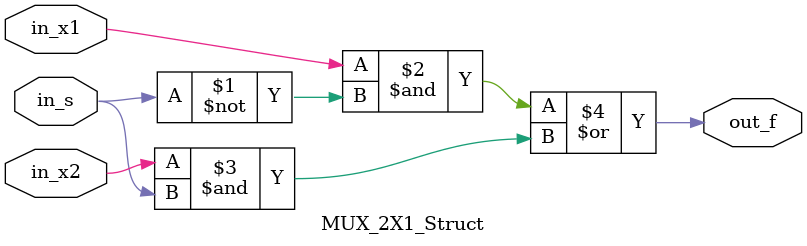
<source format=v>
`timescale 1ns / 1ps


module MUX_2X1_Struct(
    input in_x1, in_x2, in_s,
    output out_f
    );
    
    /*
    not(not_s);
    and(wire1,in_x1, not_s);
    and(wire2,in_x2,in_s);
    or(wire1,wire2);
    */
    
    assign out_f = in_x1 & ~in_s | in_x2 & in_s;
endmodule

</source>
